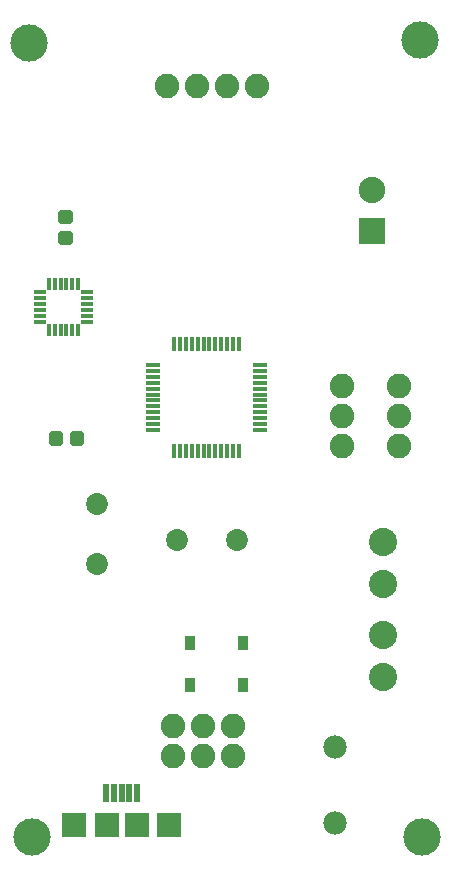
<source format=gbr>
G04 EAGLE Gerber RS-274X export*
G75*
%MOMM*%
%FSLAX34Y34*%
%LPD*%
%INSoldermask Top*%
%IPPOS*%
%AMOC8*
5,1,8,0,0,1.08239X$1,22.5*%
G01*
%ADD10C,3.153200*%
%ADD11C,0.505344*%
%ADD12C,2.082800*%
%ADD13R,0.403200X1.203200*%
%ADD14R,1.203200X0.403200*%
%ADD15R,0.553200X1.603200*%
%ADD16R,2.003200X2.103200*%
%ADD17R,2.103200X2.103200*%
%ADD18R,2.235200X2.235200*%
%ADD19C,2.235200*%
%ADD20C,2.387600*%
%ADD21C,1.854200*%
%ADD22R,0.993200X0.463200*%
%ADD23R,0.463200X0.993200*%
%ADD24C,1.981200*%
%ADD25R,0.903200X1.303200*%


D10*
X281832Y808377D03*
X612728Y810916D03*
X284372Y136314D03*
X614421Y136314D03*
D11*
X315905Y646657D02*
X308925Y646657D01*
X315905Y646657D02*
X315905Y639677D01*
X308925Y639677D01*
X308925Y646657D01*
X308925Y644477D02*
X315905Y644477D01*
X315905Y664197D02*
X308925Y664197D01*
X315905Y664197D02*
X315905Y657217D01*
X308925Y657217D01*
X308925Y664197D01*
X308925Y662017D02*
X315905Y662017D01*
X318548Y476773D02*
X318548Y469793D01*
X318548Y476773D02*
X325528Y476773D01*
X325528Y469793D01*
X318548Y469793D01*
X318548Y474593D02*
X325528Y474593D01*
X301008Y476773D02*
X301008Y469793D01*
X301008Y476773D02*
X307988Y476773D01*
X307988Y469793D01*
X301008Y469793D01*
X301008Y474593D02*
X307988Y474593D01*
D12*
X403015Y204887D03*
X403015Y230287D03*
X428415Y204887D03*
X428415Y230287D03*
X453815Y204887D03*
X453815Y230287D03*
D13*
X404300Y463000D03*
X409300Y463000D03*
X414300Y463000D03*
X419300Y463000D03*
X424300Y463000D03*
X429300Y463000D03*
X434300Y463000D03*
X439300Y463000D03*
X444300Y463000D03*
X449300Y463000D03*
X454300Y463000D03*
X459300Y463000D03*
D14*
X476800Y480500D03*
X476800Y485500D03*
X476800Y490500D03*
X476800Y495500D03*
X476800Y500500D03*
X476800Y505500D03*
X476800Y510500D03*
X476800Y515500D03*
X476800Y520500D03*
X476800Y525500D03*
X476800Y530500D03*
X476800Y535500D03*
D13*
X459300Y553000D03*
X454300Y553000D03*
X449300Y553000D03*
X444300Y553000D03*
X439300Y553000D03*
X434300Y553000D03*
X429300Y553000D03*
X424300Y553000D03*
X419300Y553000D03*
X414300Y553000D03*
X409300Y553000D03*
X404300Y553000D03*
D14*
X386800Y535500D03*
X386800Y530500D03*
X386800Y525500D03*
X386800Y520500D03*
X386800Y515500D03*
X386800Y510500D03*
X386800Y505500D03*
X386800Y500500D03*
X386800Y495500D03*
X386800Y490500D03*
X386800Y485500D03*
X386800Y480500D03*
D15*
X346830Y172974D03*
X372830Y172974D03*
X353330Y172974D03*
X359830Y172974D03*
X366330Y172974D03*
D16*
X319830Y146474D03*
X399830Y146474D03*
D17*
X347130Y146474D03*
X372530Y146474D03*
D18*
X571506Y648965D03*
D19*
X571506Y683965D03*
D20*
X580819Y350300D03*
X580819Y385300D03*
D12*
X594368Y467360D03*
X594368Y492760D03*
X594368Y518160D03*
X546109Y467360D03*
X546109Y492760D03*
X546109Y518160D03*
X474875Y772140D03*
X449475Y772140D03*
X424075Y772140D03*
X398675Y772140D03*
D21*
X457200Y387771D03*
X406400Y387771D03*
X338666Y367450D03*
X338666Y418250D03*
D22*
X291024Y597123D03*
X291024Y592123D03*
X291024Y587123D03*
X291024Y582123D03*
X291024Y577123D03*
X291024Y572123D03*
D23*
X298224Y564923D03*
X303224Y564923D03*
X308224Y564923D03*
X313224Y564923D03*
X318224Y564923D03*
X323224Y564923D03*
D22*
X330424Y572123D03*
X330424Y577123D03*
X330424Y582123D03*
X330424Y587123D03*
X330424Y592123D03*
X330424Y597123D03*
D23*
X323224Y604323D03*
X318224Y604323D03*
X313224Y604323D03*
X308224Y604323D03*
X303224Y604323D03*
X298224Y604323D03*
D24*
X540599Y147417D03*
X540599Y212417D03*
D25*
X418017Y264861D03*
X418017Y299861D03*
X462517Y299861D03*
X462517Y264861D03*
D20*
X581602Y271531D03*
X581602Y306531D03*
M02*

</source>
